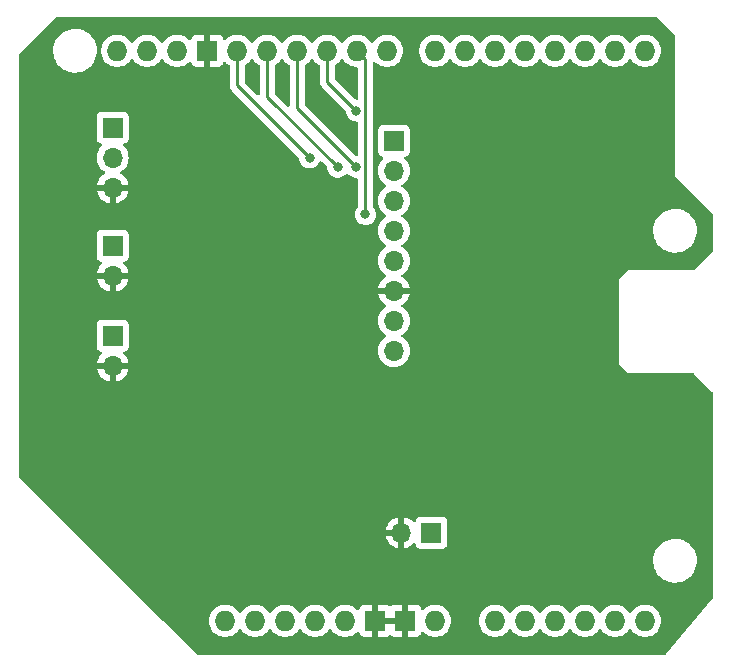
<source format=gbl>
%TF.GenerationSoftware,KiCad,Pcbnew,7.0.2*%
%TF.CreationDate,2023-09-07T17:56:31+02:00*%
%TF.ProjectId,BEP-RFID-cashdrawer,4245502d-5246-4494-942d-636173686472,rev?*%
%TF.SameCoordinates,Original*%
%TF.FileFunction,Copper,L2,Bot*%
%TF.FilePolarity,Positive*%
%FSLAX46Y46*%
G04 Gerber Fmt 4.6, Leading zero omitted, Abs format (unit mm)*
G04 Created by KiCad (PCBNEW 7.0.2) date 2023-09-07 17:56:31*
%MOMM*%
%LPD*%
G01*
G04 APERTURE LIST*
%TA.AperFunction,ComponentPad*%
%ADD10O,1.727200X1.727200*%
%TD*%
%TA.AperFunction,ComponentPad*%
%ADD11R,1.727200X1.727200*%
%TD*%
%TA.AperFunction,ComponentPad*%
%ADD12O,1.700000X1.700000*%
%TD*%
%TA.AperFunction,ComponentPad*%
%ADD13R,1.700000X1.700000*%
%TD*%
%TA.AperFunction,ViaPad*%
%ADD14C,0.800000*%
%TD*%
%TA.AperFunction,Conductor*%
%ADD15C,0.250000*%
%TD*%
G04 APERTURE END LIST*
D10*
%TO.P,XA1,VIN,VIN*%
%TO.N,POWERIN*%
X157480000Y-113030000D03*
%TO.P,XA1,SDA,SDA*%
%TO.N,unconnected-(XA1-PadSDA)*%
X133096000Y-64770000D03*
%TO.P,XA1,SCL,SCL*%
%TO.N,unconnected-(XA1-PadSCL)*%
X130556000Y-64770000D03*
%TO.P,XA1,RST1,RESET*%
%TO.N,Reset button*%
X144780000Y-113030000D03*
%TO.P,XA1,IORF,IOREF*%
%TO.N,unconnected-(XA1-IOREF-PadIORF)*%
X142240000Y-113030000D03*
D11*
%TO.P,XA1,GND3,GND*%
%TO.N,GND*%
X154940000Y-113030000D03*
%TO.P,XA1,GND2,GND*%
X152400000Y-113030000D03*
%TO.P,XA1,GND1,GND*%
X138176000Y-64770000D03*
D10*
%TO.P,XA1,D13,D13*%
%TO.N,SCK*%
X140716000Y-64770000D03*
%TO.P,XA1,D12,D12*%
%TO.N,MISO*%
X143256000Y-64770000D03*
%TO.P,XA1,D11,D11*%
%TO.N,MOSI*%
X145796000Y-64770000D03*
%TO.P,XA1,D10,D10_CS*%
%TO.N,SDA*%
X148336000Y-64770000D03*
%TO.P,XA1,D9,D9*%
%TO.N,RST*%
X150876000Y-64770000D03*
%TO.P,XA1,D8,D8*%
%TO.N,unconnected-(XA1-PadD8)*%
X153416000Y-64770000D03*
%TO.P,XA1,D7,D7*%
%TO.N,unconnected-(XA1-PadD7)*%
X157480000Y-64770000D03*
%TO.P,XA1,D6,D6*%
%TO.N,Relay*%
X160020000Y-64770000D03*
%TO.P,XA1,D5,D5*%
%TO.N,unconnected-(XA1-PadD5)*%
X162560000Y-64770000D03*
%TO.P,XA1,D4,D4*%
%TO.N,unconnected-(XA1-PadD4)*%
X165100000Y-64770000D03*
%TO.P,XA1,D3,D3_INT1*%
%TO.N,unconnected-(XA1-D3_INT1-PadD3)*%
X167640000Y-64770000D03*
%TO.P,XA1,D2,D2_INT0*%
%TO.N,Bypass*%
X170180000Y-64770000D03*
%TO.P,XA1,D1,D1/TX*%
%TO.N,unconnected-(XA1-D1{slash}TX-PadD1)*%
X172720000Y-64770000D03*
%TO.P,XA1,D0,D0/RX*%
%TO.N,unconnected-(XA1-D0{slash}RX-PadD0)*%
X175260000Y-64770000D03*
%TO.P,XA1,AREF,AREF*%
%TO.N,unconnected-(XA1-PadAREF)*%
X135636000Y-64770000D03*
%TO.P,XA1,A5,A5*%
%TO.N,unconnected-(XA1-PadA5)*%
X175260000Y-113030000D03*
%TO.P,XA1,A4,A4*%
%TO.N,unconnected-(XA1-PadA4)*%
X172720000Y-113030000D03*
%TO.P,XA1,A3,A3*%
%TO.N,unconnected-(XA1-PadA3)*%
X170180000Y-113030000D03*
%TO.P,XA1,A2,A2*%
%TO.N,unconnected-(XA1-PadA2)*%
X167640000Y-113030000D03*
%TO.P,XA1,A1,A1*%
%TO.N,unconnected-(XA1-PadA1)*%
X165100000Y-113030000D03*
%TO.P,XA1,A0,A0*%
%TO.N,unconnected-(XA1-PadA0)*%
X162560000Y-113030000D03*
%TO.P,XA1,5V1,5V*%
%TO.N,+5V*%
X149860000Y-113030000D03*
%TO.P,XA1,3V3,3.3V*%
%TO.N,+3.3V*%
X147320000Y-113030000D03*
%TO.P,XA1,*%
%TO.N,*%
X139700000Y-113030000D03*
%TD*%
D12*
%TO.P,J5,2,Pin_2*%
%TO.N,GND*%
X154622500Y-105568750D03*
D13*
%TO.P,J5,1,Pin_1*%
%TO.N,POWERIN*%
X157162500Y-105568750D03*
%TD*%
D12*
%TO.P,J4,2,Pin_2*%
%TO.N,GND*%
X130175000Y-91440000D03*
D13*
%TO.P,J4,1,Pin_1*%
%TO.N,Bypass*%
X130175000Y-88900000D03*
%TD*%
D12*
%TO.P,J3,2,Pin_2*%
%TO.N,GND*%
X130175000Y-83815000D03*
D13*
%TO.P,J3,1,Pin_1*%
%TO.N,Reset button*%
X130175000Y-81275000D03*
%TD*%
D12*
%TO.P,J2,3,Pin_3*%
%TO.N,GND*%
X130175000Y-76358750D03*
%TO.P,J2,2,Pin_2*%
%TO.N,+5V*%
X130175000Y-73818750D03*
D13*
%TO.P,J2,1,Pin_1*%
%TO.N,Relay*%
X130175000Y-71278750D03*
%TD*%
D12*
%TO.P,J1,8,Pin_8*%
%TO.N,+3.3V*%
X153987500Y-90170000D03*
%TO.P,J1,7,Pin_7*%
%TO.N,RST*%
X153987500Y-87630000D03*
%TO.P,J1,6,Pin_6*%
%TO.N,GND*%
X153987500Y-85090000D03*
%TO.P,J1,5,Pin_5*%
%TO.N,unconnected-(J1-Pin_5-Pad5)*%
X153987500Y-82550000D03*
%TO.P,J1,4,Pin_4*%
%TO.N,MISO*%
X153987500Y-80010000D03*
%TO.P,J1,3,Pin_3*%
%TO.N,MOSI*%
X153987500Y-77470000D03*
%TO.P,J1,2,Pin_2*%
%TO.N,SCK*%
X153987500Y-74930000D03*
D13*
%TO.P,J1,1,Pin_1*%
%TO.N,SDA*%
X153987500Y-72390000D03*
%TD*%
D14*
%TO.N,GND*%
X149488282Y-66689026D03*
X127000000Y-80168750D03*
X155575000Y-93662500D03*
X158750000Y-70643750D03*
X164306250Y-67468750D03*
X172243750Y-68262500D03*
X175418750Y-73818750D03*
X170656250Y-81756250D03*
X170656250Y-89693750D03*
X178593750Y-94456250D03*
X178593750Y-103981250D03*
X173037500Y-109537500D03*
X160337500Y-110331250D03*
X150018750Y-109537500D03*
X136525000Y-109537500D03*
X143668750Y-107950000D03*
X128587500Y-101600000D03*
X133350000Y-96043750D03*
X126206250Y-72231250D03*
X134937500Y-68262500D03*
X138112500Y-75406250D03*
X147637500Y-86518750D03*
X147637500Y-81756250D03*
X147637500Y-76993750D03*
X150018750Y-71437500D03*
X142081250Y-67468750D03*
X144462500Y-67468750D03*
X146843750Y-67468750D03*
%TO.N,RST*%
X151570201Y-78617299D03*
%TO.N,MISO*%
X149225000Y-74612500D03*
%TO.N,MOSI*%
X150812500Y-74612500D03*
%TO.N,SCK*%
X146843750Y-73818750D03*
%TO.N,SDA*%
X150812500Y-69850000D03*
%TD*%
D15*
%TO.N,MISO*%
X143256000Y-68643500D02*
X143256000Y-64770000D01*
X149225000Y-74612500D02*
X143256000Y-68643500D01*
%TO.N,MOSI*%
X150812500Y-74612500D02*
X145796000Y-69596000D01*
X145796000Y-69596000D02*
X145796000Y-64770000D01*
%TO.N,RST*%
X151570201Y-65464201D02*
X150876000Y-64770000D01*
X151570201Y-78617299D02*
X151570201Y-65464201D01*
%TO.N,SCK*%
X146843750Y-73818750D02*
X140716000Y-67691000D01*
X140716000Y-67691000D02*
X140716000Y-64770000D01*
%TO.N,SDA*%
X150812500Y-69850000D02*
X148336000Y-67373500D01*
X148336000Y-67373500D02*
X148336000Y-64770000D01*
%TD*%
%TA.AperFunction,Conductor*%
%TO.N,GND*%
G36*
X154473155Y-112816799D02*
G01*
X154432000Y-112956961D01*
X154432000Y-113103039D01*
X154473155Y-113243201D01*
X154496804Y-113280000D01*
X152843196Y-113280000D01*
X152866845Y-113243201D01*
X152908000Y-113103039D01*
X152908000Y-112956961D01*
X152866845Y-112816799D01*
X152843196Y-112780000D01*
X154496804Y-112780000D01*
X154473155Y-112816799D01*
G37*
%TD.AperFunction*%
%TA.AperFunction,Conductor*%
G36*
X147147905Y-65453754D02*
G01*
X147169809Y-65479033D01*
X147255845Y-65610721D01*
X147408242Y-65776267D01*
X147408954Y-65777040D01*
X147587351Y-65915893D01*
X147645517Y-65947370D01*
X147695107Y-65996588D01*
X147710500Y-66056425D01*
X147710500Y-67290756D01*
X147708235Y-67311266D01*
X147710439Y-67381372D01*
X147710500Y-67385267D01*
X147710500Y-67412850D01*
X147710988Y-67416719D01*
X147710989Y-67416725D01*
X147711004Y-67416843D01*
X147711918Y-67428467D01*
X147713290Y-67472126D01*
X147718879Y-67491360D01*
X147722825Y-67510416D01*
X147725335Y-67530292D01*
X147741414Y-67570904D01*
X147745197Y-67581951D01*
X147757382Y-67623891D01*
X147767580Y-67641135D01*
X147776136Y-67658600D01*
X147783514Y-67677232D01*
X147783515Y-67677233D01*
X147809180Y-67712559D01*
X147815593Y-67722322D01*
X147837826Y-67759916D01*
X147837829Y-67759919D01*
X147837830Y-67759920D01*
X147851995Y-67774085D01*
X147864627Y-67788875D01*
X147876406Y-67805087D01*
X147910058Y-67832926D01*
X147918699Y-67840789D01*
X149873538Y-69795629D01*
X149907023Y-69856952D01*
X149909178Y-69870348D01*
X149926826Y-70038257D01*
X149985320Y-70218284D01*
X150079966Y-70382216D01*
X150206629Y-70522889D01*
X150359769Y-70634151D01*
X150532697Y-70711144D01*
X150717852Y-70750500D01*
X150820701Y-70750500D01*
X150887740Y-70770185D01*
X150933495Y-70822989D01*
X150944701Y-70874500D01*
X150944701Y-73560747D01*
X150925016Y-73627786D01*
X150872212Y-73673541D01*
X150803054Y-73683485D01*
X150739498Y-73654460D01*
X150733020Y-73648428D01*
X146457819Y-69373227D01*
X146424334Y-69311904D01*
X146421500Y-69285546D01*
X146421500Y-66056425D01*
X146441185Y-65989386D01*
X146486481Y-65947371D01*
X146544649Y-65915893D01*
X146723046Y-65777040D01*
X146876156Y-65610719D01*
X146962190Y-65479033D01*
X147015338Y-65433676D01*
X147084569Y-65424252D01*
X147147905Y-65453754D01*
G37*
%TD.AperFunction*%
%TA.AperFunction,Conductor*%
G36*
X144607905Y-65453754D02*
G01*
X144629809Y-65479033D01*
X144715845Y-65610721D01*
X144868242Y-65776267D01*
X144868954Y-65777040D01*
X145047351Y-65915893D01*
X145105517Y-65947370D01*
X145155107Y-65996588D01*
X145170500Y-66056425D01*
X145170500Y-69374046D01*
X145150815Y-69441085D01*
X145098011Y-69486840D01*
X145028853Y-69496784D01*
X144965297Y-69467759D01*
X144958819Y-69461727D01*
X143917819Y-68420728D01*
X143884334Y-68359405D01*
X143881500Y-68333047D01*
X143881500Y-66056425D01*
X143901185Y-65989386D01*
X143946481Y-65947371D01*
X144004649Y-65915893D01*
X144183046Y-65777040D01*
X144336156Y-65610719D01*
X144422190Y-65479033D01*
X144475338Y-65433676D01*
X144544569Y-65424252D01*
X144607905Y-65453754D01*
G37*
%TD.AperFunction*%
%TA.AperFunction,Conductor*%
G36*
X149687905Y-65453754D02*
G01*
X149709809Y-65479033D01*
X149795845Y-65610721D01*
X149948950Y-65777037D01*
X149948954Y-65777040D01*
X150127351Y-65915893D01*
X150326169Y-66023488D01*
X150539986Y-66096891D01*
X150762967Y-66134100D01*
X150820701Y-66134100D01*
X150887740Y-66153785D01*
X150933495Y-66206589D01*
X150944701Y-66258100D01*
X150944701Y-68798248D01*
X150925016Y-68865287D01*
X150872212Y-68911042D01*
X150803054Y-68920986D01*
X150739498Y-68891961D01*
X150733020Y-68885929D01*
X148997819Y-67150728D01*
X148964334Y-67089405D01*
X148961500Y-67063047D01*
X148961500Y-66056425D01*
X148981185Y-65989386D01*
X149026481Y-65947371D01*
X149084649Y-65915893D01*
X149263046Y-65777040D01*
X149416156Y-65610719D01*
X149502190Y-65479033D01*
X149555338Y-65433676D01*
X149624569Y-65424252D01*
X149687905Y-65453754D01*
G37*
%TD.AperFunction*%
%TA.AperFunction,Conductor*%
G36*
X142067905Y-65453754D02*
G01*
X142089809Y-65479033D01*
X142175845Y-65610721D01*
X142328242Y-65776267D01*
X142328954Y-65777040D01*
X142507351Y-65915893D01*
X142565517Y-65947370D01*
X142615107Y-65996588D01*
X142630500Y-66056425D01*
X142630500Y-68421547D01*
X142610815Y-68488586D01*
X142558011Y-68534341D01*
X142488853Y-68544285D01*
X142425297Y-68515260D01*
X142418819Y-68509228D01*
X141377819Y-67468228D01*
X141344334Y-67406905D01*
X141341500Y-67380547D01*
X141341500Y-66056425D01*
X141361185Y-65989386D01*
X141406481Y-65947371D01*
X141464649Y-65915893D01*
X141643046Y-65777040D01*
X141796156Y-65610719D01*
X141882190Y-65479033D01*
X141935338Y-65433676D01*
X142004569Y-65424252D01*
X142067905Y-65453754D01*
G37*
%TD.AperFunction*%
%TA.AperFunction,Conductor*%
G36*
X176227969Y-61932685D02*
G01*
X176248611Y-61949318D01*
X177763182Y-63463890D01*
X177796666Y-63525211D01*
X177799500Y-63551569D01*
X177799500Y-75381618D01*
X177799419Y-75382024D01*
X177799457Y-75406249D01*
X177799576Y-75406533D01*
X177799617Y-75406633D01*
X177810962Y-75417920D01*
X180938181Y-78545138D01*
X180971666Y-78606461D01*
X180974500Y-78632819D01*
X180974500Y-81704680D01*
X180954815Y-81771719D01*
X180938181Y-81792361D01*
X179423611Y-83306931D01*
X179362288Y-83340416D01*
X179335930Y-83343250D01*
X173856105Y-83343250D01*
X173855915Y-83343211D01*
X173831247Y-83343207D01*
X173830865Y-83343367D01*
X173813663Y-83360569D01*
X173813545Y-83360745D01*
X173054495Y-84119795D01*
X173054319Y-84119913D01*
X173037117Y-84137115D01*
X173036957Y-84137497D01*
X173036961Y-84162165D01*
X173037000Y-84162355D01*
X173037000Y-91256618D01*
X173036919Y-91257024D01*
X173036957Y-91281249D01*
X173037076Y-91281533D01*
X173037117Y-91281633D01*
X173048461Y-91292919D01*
X173813381Y-92057839D01*
X173813675Y-92058279D01*
X173830870Y-92075386D01*
X173831244Y-92075542D01*
X173831249Y-92075541D01*
X173831250Y-92075542D01*
X173831250Y-92075541D01*
X173855915Y-92075538D01*
X173856105Y-92075500D01*
X179335930Y-92075500D01*
X179402969Y-92095185D01*
X179423611Y-92111819D01*
X180938180Y-93626388D01*
X180971665Y-93687711D01*
X180974499Y-93714069D01*
X180974500Y-111079924D01*
X180954815Y-111146963D01*
X180945759Y-111159307D01*
X177043197Y-115842383D01*
X176985158Y-115881282D01*
X176947938Y-115887000D01*
X137370319Y-115887000D01*
X137303280Y-115867315D01*
X137282638Y-115850681D01*
X134461957Y-113030000D01*
X138331224Y-113030000D01*
X138349892Y-113255288D01*
X138405390Y-113474443D01*
X138496196Y-113681462D01*
X138619847Y-113870724D01*
X138772950Y-114037037D01*
X138772954Y-114037040D01*
X138951351Y-114175893D01*
X139150169Y-114283488D01*
X139363986Y-114356891D01*
X139586967Y-114394100D01*
X139586968Y-114394100D01*
X139813032Y-114394100D01*
X139813033Y-114394100D01*
X140036014Y-114356891D01*
X140249831Y-114283488D01*
X140448649Y-114175893D01*
X140627046Y-114037040D01*
X140681814Y-113977547D01*
X140780154Y-113870721D01*
X140780153Y-113870721D01*
X140780156Y-113870719D01*
X140866190Y-113739033D01*
X140919338Y-113693676D01*
X140988569Y-113684252D01*
X141051905Y-113713754D01*
X141073809Y-113739033D01*
X141159845Y-113870721D01*
X141312950Y-114037037D01*
X141312954Y-114037040D01*
X141491351Y-114175893D01*
X141690169Y-114283488D01*
X141903986Y-114356891D01*
X142126967Y-114394100D01*
X142126968Y-114394100D01*
X142353032Y-114394100D01*
X142353033Y-114394100D01*
X142576014Y-114356891D01*
X142789831Y-114283488D01*
X142988649Y-114175893D01*
X143167046Y-114037040D01*
X143221814Y-113977547D01*
X143320154Y-113870721D01*
X143320153Y-113870721D01*
X143320156Y-113870719D01*
X143406190Y-113739033D01*
X143459338Y-113693676D01*
X143528569Y-113684252D01*
X143591905Y-113713754D01*
X143613809Y-113739033D01*
X143699845Y-113870721D01*
X143852950Y-114037037D01*
X143852954Y-114037040D01*
X144031351Y-114175893D01*
X144230169Y-114283488D01*
X144443986Y-114356891D01*
X144666967Y-114394100D01*
X144666968Y-114394100D01*
X144893032Y-114394100D01*
X144893033Y-114394100D01*
X145116014Y-114356891D01*
X145329831Y-114283488D01*
X145528649Y-114175893D01*
X145707046Y-114037040D01*
X145761814Y-113977547D01*
X145860154Y-113870721D01*
X145860153Y-113870721D01*
X145860156Y-113870719D01*
X145946190Y-113739033D01*
X145999338Y-113693676D01*
X146068569Y-113684252D01*
X146131905Y-113713754D01*
X146153809Y-113739033D01*
X146239845Y-113870721D01*
X146392950Y-114037037D01*
X146392954Y-114037040D01*
X146571351Y-114175893D01*
X146770169Y-114283488D01*
X146983986Y-114356891D01*
X147206967Y-114394100D01*
X147206968Y-114394100D01*
X147433032Y-114394100D01*
X147433033Y-114394100D01*
X147656014Y-114356891D01*
X147869831Y-114283488D01*
X148068649Y-114175893D01*
X148247046Y-114037040D01*
X148301814Y-113977547D01*
X148400154Y-113870721D01*
X148400153Y-113870721D01*
X148400156Y-113870719D01*
X148486190Y-113739033D01*
X148539338Y-113693676D01*
X148608569Y-113684252D01*
X148671905Y-113713754D01*
X148693809Y-113739033D01*
X148779845Y-113870721D01*
X148932950Y-114037037D01*
X148932954Y-114037040D01*
X149111351Y-114175893D01*
X149310169Y-114283488D01*
X149523986Y-114356891D01*
X149746967Y-114394100D01*
X149746968Y-114394100D01*
X149973032Y-114394100D01*
X149973033Y-114394100D01*
X150196014Y-114356891D01*
X150409831Y-114283488D01*
X150608649Y-114175893D01*
X150787046Y-114037040D01*
X150841813Y-113977546D01*
X150901700Y-113941556D01*
X150971538Y-113943656D01*
X151029154Y-113983179D01*
X151049225Y-114018196D01*
X151093047Y-114135688D01*
X151179211Y-114250788D01*
X151294310Y-114336952D01*
X151429028Y-114387199D01*
X151485267Y-114393245D01*
X151491882Y-114393600D01*
X152150000Y-114393600D01*
X152150000Y-113474297D01*
X152255408Y-113522435D01*
X152363666Y-113538000D01*
X152436334Y-113538000D01*
X152544592Y-113522435D01*
X152650000Y-113474297D01*
X152650000Y-114393600D01*
X153308118Y-114393600D01*
X153314732Y-114393245D01*
X153370971Y-114387199D01*
X153505688Y-114336952D01*
X153595689Y-114269578D01*
X153661153Y-114245161D01*
X153729426Y-114260012D01*
X153744311Y-114269578D01*
X153834311Y-114336952D01*
X153969028Y-114387199D01*
X154025267Y-114393245D01*
X154031882Y-114393600D01*
X154690000Y-114393600D01*
X154690000Y-113474297D01*
X154795408Y-113522435D01*
X154903666Y-113538000D01*
X154976334Y-113538000D01*
X155084592Y-113522435D01*
X155190000Y-113474297D01*
X155190000Y-114393600D01*
X155848118Y-114393600D01*
X155854732Y-114393245D01*
X155910971Y-114387199D01*
X156045689Y-114336952D01*
X156160788Y-114250788D01*
X156246952Y-114135688D01*
X156290774Y-114018196D01*
X156332645Y-113962263D01*
X156398109Y-113937845D01*
X156466382Y-113952696D01*
X156498184Y-113977545D01*
X156552954Y-114037040D01*
X156731351Y-114175893D01*
X156930169Y-114283488D01*
X157143986Y-114356891D01*
X157366967Y-114394100D01*
X157366968Y-114394100D01*
X157593032Y-114394100D01*
X157593033Y-114394100D01*
X157816014Y-114356891D01*
X158029831Y-114283488D01*
X158228649Y-114175893D01*
X158407046Y-114037040D01*
X158456629Y-113983179D01*
X158560152Y-113870724D01*
X158560153Y-113870721D01*
X158560156Y-113870719D01*
X158683802Y-113681465D01*
X158774611Y-113474441D01*
X158830107Y-113255293D01*
X158848775Y-113030000D01*
X161191224Y-113030000D01*
X161209892Y-113255288D01*
X161265390Y-113474443D01*
X161356196Y-113681462D01*
X161479847Y-113870724D01*
X161632950Y-114037037D01*
X161632954Y-114037040D01*
X161811351Y-114175893D01*
X162010169Y-114283488D01*
X162223986Y-114356891D01*
X162446967Y-114394100D01*
X162446968Y-114394100D01*
X162673032Y-114394100D01*
X162673033Y-114394100D01*
X162896014Y-114356891D01*
X163109831Y-114283488D01*
X163308649Y-114175893D01*
X163487046Y-114037040D01*
X163541814Y-113977547D01*
X163640154Y-113870721D01*
X163640153Y-113870721D01*
X163640156Y-113870719D01*
X163726190Y-113739033D01*
X163779338Y-113693676D01*
X163848569Y-113684252D01*
X163911905Y-113713754D01*
X163933809Y-113739033D01*
X164019845Y-113870721D01*
X164172950Y-114037037D01*
X164172954Y-114037040D01*
X164351351Y-114175893D01*
X164550169Y-114283488D01*
X164763986Y-114356891D01*
X164986967Y-114394100D01*
X164986968Y-114394100D01*
X165213032Y-114394100D01*
X165213033Y-114394100D01*
X165436014Y-114356891D01*
X165649831Y-114283488D01*
X165848649Y-114175893D01*
X166027046Y-114037040D01*
X166081814Y-113977547D01*
X166180154Y-113870721D01*
X166180153Y-113870721D01*
X166180156Y-113870719D01*
X166266190Y-113739033D01*
X166319338Y-113693676D01*
X166388569Y-113684252D01*
X166451905Y-113713754D01*
X166473809Y-113739033D01*
X166559845Y-113870721D01*
X166712950Y-114037037D01*
X166712954Y-114037040D01*
X166891351Y-114175893D01*
X167090169Y-114283488D01*
X167303986Y-114356891D01*
X167526967Y-114394100D01*
X167526968Y-114394100D01*
X167753032Y-114394100D01*
X167753033Y-114394100D01*
X167976014Y-114356891D01*
X168189831Y-114283488D01*
X168388649Y-114175893D01*
X168567046Y-114037040D01*
X168621814Y-113977547D01*
X168720154Y-113870721D01*
X168720153Y-113870721D01*
X168720156Y-113870719D01*
X168806190Y-113739033D01*
X168859338Y-113693676D01*
X168928569Y-113684252D01*
X168991905Y-113713754D01*
X169013809Y-113739033D01*
X169099845Y-113870721D01*
X169252950Y-114037037D01*
X169252954Y-114037040D01*
X169431351Y-114175893D01*
X169630169Y-114283488D01*
X169843986Y-114356891D01*
X170066967Y-114394100D01*
X170066968Y-114394100D01*
X170293032Y-114394100D01*
X170293033Y-114394100D01*
X170516014Y-114356891D01*
X170729831Y-114283488D01*
X170928649Y-114175893D01*
X171107046Y-114037040D01*
X171161814Y-113977547D01*
X171260154Y-113870721D01*
X171260153Y-113870721D01*
X171260156Y-113870719D01*
X171346190Y-113739033D01*
X171399338Y-113693676D01*
X171468569Y-113684252D01*
X171531905Y-113713754D01*
X171553809Y-113739033D01*
X171639845Y-113870721D01*
X171792950Y-114037037D01*
X171792954Y-114037040D01*
X171971351Y-114175893D01*
X172170169Y-114283488D01*
X172383986Y-114356891D01*
X172606967Y-114394100D01*
X172606968Y-114394100D01*
X172833032Y-114394100D01*
X172833033Y-114394100D01*
X173056014Y-114356891D01*
X173269831Y-114283488D01*
X173468649Y-114175893D01*
X173647046Y-114037040D01*
X173701814Y-113977547D01*
X173800154Y-113870721D01*
X173800153Y-113870721D01*
X173800156Y-113870719D01*
X173886190Y-113739033D01*
X173939338Y-113693676D01*
X174008569Y-113684252D01*
X174071905Y-113713754D01*
X174093809Y-113739033D01*
X174179845Y-113870721D01*
X174332950Y-114037037D01*
X174332954Y-114037040D01*
X174511351Y-114175893D01*
X174710169Y-114283488D01*
X174923986Y-114356891D01*
X175146967Y-114394100D01*
X175146968Y-114394100D01*
X175373032Y-114394100D01*
X175373033Y-114394100D01*
X175596014Y-114356891D01*
X175809831Y-114283488D01*
X176008649Y-114175893D01*
X176187046Y-114037040D01*
X176236629Y-113983179D01*
X176340152Y-113870724D01*
X176340153Y-113870721D01*
X176340156Y-113870719D01*
X176463802Y-113681465D01*
X176554611Y-113474441D01*
X176610107Y-113255293D01*
X176628775Y-113030000D01*
X176610107Y-112804707D01*
X176554611Y-112585559D01*
X176463802Y-112378535D01*
X176340156Y-112189281D01*
X176340155Y-112189280D01*
X176340152Y-112189275D01*
X176187049Y-112022962D01*
X176008650Y-111884108D01*
X176008649Y-111884107D01*
X175809831Y-111776512D01*
X175809830Y-111776511D01*
X175809827Y-111776510D01*
X175596016Y-111703109D01*
X175414382Y-111672800D01*
X175373033Y-111665900D01*
X175146967Y-111665900D01*
X175105618Y-111672800D01*
X174923983Y-111703109D01*
X174710172Y-111776510D01*
X174511349Y-111884108D01*
X174332950Y-112022962D01*
X174179845Y-112189278D01*
X174093809Y-112320967D01*
X174040662Y-112366324D01*
X173971431Y-112375748D01*
X173908095Y-112346246D01*
X173886191Y-112320967D01*
X173800154Y-112189278D01*
X173647049Y-112022962D01*
X173468650Y-111884108D01*
X173468649Y-111884107D01*
X173269831Y-111776512D01*
X173269830Y-111776511D01*
X173269827Y-111776510D01*
X173056016Y-111703109D01*
X172874382Y-111672800D01*
X172833033Y-111665900D01*
X172606967Y-111665900D01*
X172565618Y-111672800D01*
X172383983Y-111703109D01*
X172170172Y-111776510D01*
X171971349Y-111884108D01*
X171792950Y-112022962D01*
X171639845Y-112189278D01*
X171553809Y-112320967D01*
X171500662Y-112366324D01*
X171431431Y-112375748D01*
X171368095Y-112346246D01*
X171346191Y-112320967D01*
X171260154Y-112189278D01*
X171107049Y-112022962D01*
X170928650Y-111884108D01*
X170928649Y-111884107D01*
X170729831Y-111776512D01*
X170729830Y-111776511D01*
X170729827Y-111776510D01*
X170516016Y-111703109D01*
X170334382Y-111672800D01*
X170293033Y-111665900D01*
X170066967Y-111665900D01*
X170025618Y-111672800D01*
X169843983Y-111703109D01*
X169630172Y-111776510D01*
X169431349Y-111884108D01*
X169252950Y-112022962D01*
X169099845Y-112189278D01*
X169013809Y-112320967D01*
X168960662Y-112366324D01*
X168891431Y-112375748D01*
X168828095Y-112346246D01*
X168806191Y-112320967D01*
X168720154Y-112189278D01*
X168567049Y-112022962D01*
X168388650Y-111884108D01*
X168388649Y-111884107D01*
X168189831Y-111776512D01*
X168189830Y-111776511D01*
X168189827Y-111776510D01*
X167976016Y-111703109D01*
X167794382Y-111672800D01*
X167753033Y-111665900D01*
X167526967Y-111665900D01*
X167485618Y-111672800D01*
X167303983Y-111703109D01*
X167090172Y-111776510D01*
X166891349Y-111884108D01*
X166712950Y-112022962D01*
X166559845Y-112189278D01*
X166473809Y-112320967D01*
X166420662Y-112366324D01*
X166351431Y-112375748D01*
X166288095Y-112346246D01*
X166266191Y-112320967D01*
X166180154Y-112189278D01*
X166027049Y-112022962D01*
X165848650Y-111884108D01*
X165848649Y-111884107D01*
X165649831Y-111776512D01*
X165649830Y-111776511D01*
X165649827Y-111776510D01*
X165436016Y-111703109D01*
X165254382Y-111672800D01*
X165213033Y-111665900D01*
X164986967Y-111665900D01*
X164945618Y-111672800D01*
X164763983Y-111703109D01*
X164550172Y-111776510D01*
X164351349Y-111884108D01*
X164172950Y-112022962D01*
X164019845Y-112189278D01*
X163933809Y-112320967D01*
X163880662Y-112366324D01*
X163811431Y-112375748D01*
X163748095Y-112346246D01*
X163726191Y-112320967D01*
X163640154Y-112189278D01*
X163487049Y-112022962D01*
X163308650Y-111884108D01*
X163308649Y-111884107D01*
X163109831Y-111776512D01*
X163109830Y-111776511D01*
X163109827Y-111776510D01*
X162896016Y-111703109D01*
X162714382Y-111672800D01*
X162673033Y-111665900D01*
X162446967Y-111665900D01*
X162405618Y-111672800D01*
X162223983Y-111703109D01*
X162010172Y-111776510D01*
X161811349Y-111884108D01*
X161632950Y-112022962D01*
X161479847Y-112189275D01*
X161356196Y-112378537D01*
X161265390Y-112585556D01*
X161209892Y-112804711D01*
X161191224Y-113030000D01*
X158848775Y-113030000D01*
X158830107Y-112804707D01*
X158774611Y-112585559D01*
X158683802Y-112378535D01*
X158560156Y-112189281D01*
X158560155Y-112189280D01*
X158560152Y-112189275D01*
X158407049Y-112022962D01*
X158228650Y-111884108D01*
X158228649Y-111884107D01*
X158029831Y-111776512D01*
X158029830Y-111776511D01*
X158029827Y-111776510D01*
X157816016Y-111703109D01*
X157634382Y-111672800D01*
X157593033Y-111665900D01*
X157366967Y-111665900D01*
X157325618Y-111672800D01*
X157143983Y-111703109D01*
X156930172Y-111776510D01*
X156731349Y-111884108D01*
X156552953Y-112022960D01*
X156498184Y-112082454D01*
X156438297Y-112118443D01*
X156368459Y-112116342D01*
X156310843Y-112076816D01*
X156290774Y-112041802D01*
X156246952Y-111924311D01*
X156160788Y-111809211D01*
X156045689Y-111723047D01*
X155910971Y-111672800D01*
X155854732Y-111666754D01*
X155848118Y-111666400D01*
X155190000Y-111666400D01*
X155190000Y-112585702D01*
X155084592Y-112537565D01*
X154976334Y-112522000D01*
X154903666Y-112522000D01*
X154795408Y-112537565D01*
X154690000Y-112585702D01*
X154690000Y-111666400D01*
X154031882Y-111666400D01*
X154025267Y-111666754D01*
X153969028Y-111672800D01*
X153834310Y-111723047D01*
X153744311Y-111790421D01*
X153678846Y-111814838D01*
X153610573Y-111799986D01*
X153595689Y-111790421D01*
X153505689Y-111723047D01*
X153370971Y-111672800D01*
X153314732Y-111666754D01*
X153308118Y-111666400D01*
X152650000Y-111666400D01*
X152650000Y-112585702D01*
X152544592Y-112537565D01*
X152436334Y-112522000D01*
X152363666Y-112522000D01*
X152255408Y-112537565D01*
X152150000Y-112585702D01*
X152150000Y-111666400D01*
X151491882Y-111666400D01*
X151485267Y-111666754D01*
X151429028Y-111672800D01*
X151294310Y-111723047D01*
X151179211Y-111809211D01*
X151093047Y-111924311D01*
X151049225Y-112041803D01*
X151007353Y-112097736D01*
X150941889Y-112122153D01*
X150873616Y-112107301D01*
X150841814Y-112082453D01*
X150804391Y-112041802D01*
X150787046Y-112022960D01*
X150608649Y-111884107D01*
X150409831Y-111776512D01*
X150409830Y-111776511D01*
X150409827Y-111776510D01*
X150196016Y-111703109D01*
X150014382Y-111672800D01*
X149973033Y-111665900D01*
X149746967Y-111665900D01*
X149705618Y-111672800D01*
X149523983Y-111703109D01*
X149310172Y-111776510D01*
X149111349Y-111884108D01*
X148932950Y-112022962D01*
X148779845Y-112189278D01*
X148693809Y-112320967D01*
X148640662Y-112366324D01*
X148571431Y-112375748D01*
X148508095Y-112346246D01*
X148486191Y-112320967D01*
X148400154Y-112189278D01*
X148247049Y-112022962D01*
X148068650Y-111884108D01*
X148068649Y-111884107D01*
X147869831Y-111776512D01*
X147869830Y-111776511D01*
X147869827Y-111776510D01*
X147656016Y-111703109D01*
X147474382Y-111672800D01*
X147433033Y-111665900D01*
X147206967Y-111665900D01*
X147165618Y-111672800D01*
X146983983Y-111703109D01*
X146770172Y-111776510D01*
X146571349Y-111884108D01*
X146392950Y-112022962D01*
X146239845Y-112189278D01*
X146153809Y-112320967D01*
X146100662Y-112366324D01*
X146031431Y-112375748D01*
X145968095Y-112346246D01*
X145946191Y-112320967D01*
X145860154Y-112189278D01*
X145707049Y-112022962D01*
X145528650Y-111884108D01*
X145528649Y-111884107D01*
X145329831Y-111776512D01*
X145329830Y-111776511D01*
X145329827Y-111776510D01*
X145116016Y-111703109D01*
X144934382Y-111672800D01*
X144893033Y-111665900D01*
X144666967Y-111665900D01*
X144625618Y-111672800D01*
X144443983Y-111703109D01*
X144230172Y-111776510D01*
X144031349Y-111884108D01*
X143852950Y-112022962D01*
X143699845Y-112189278D01*
X143613809Y-112320967D01*
X143560662Y-112366324D01*
X143491431Y-112375748D01*
X143428095Y-112346246D01*
X143406191Y-112320967D01*
X143320154Y-112189278D01*
X143167049Y-112022962D01*
X142988650Y-111884108D01*
X142988649Y-111884107D01*
X142789831Y-111776512D01*
X142789830Y-111776511D01*
X142789827Y-111776510D01*
X142576016Y-111703109D01*
X142394382Y-111672800D01*
X142353033Y-111665900D01*
X142126967Y-111665900D01*
X142085618Y-111672800D01*
X141903983Y-111703109D01*
X141690172Y-111776510D01*
X141491349Y-111884108D01*
X141312950Y-112022962D01*
X141159845Y-112189278D01*
X141073809Y-112320967D01*
X141020662Y-112366324D01*
X140951431Y-112375748D01*
X140888095Y-112346246D01*
X140866191Y-112320967D01*
X140780154Y-112189278D01*
X140627049Y-112022962D01*
X140448650Y-111884108D01*
X140448649Y-111884107D01*
X140249831Y-111776512D01*
X140249830Y-111776511D01*
X140249827Y-111776510D01*
X140036016Y-111703109D01*
X139854382Y-111672800D01*
X139813033Y-111665900D01*
X139586967Y-111665900D01*
X139545618Y-111672800D01*
X139363983Y-111703109D01*
X139150172Y-111776510D01*
X138951349Y-111884108D01*
X138772950Y-112022962D01*
X138619847Y-112189275D01*
X138496196Y-112378537D01*
X138405390Y-112585556D01*
X138349892Y-112804711D01*
X138331224Y-113030000D01*
X134461957Y-113030000D01*
X129449722Y-108017764D01*
X175945787Y-108017764D01*
X175975413Y-108287016D01*
X176043928Y-108549087D01*
X176149871Y-108798392D01*
X176290982Y-109029611D01*
X176380253Y-109136881D01*
X176464255Y-109237820D01*
X176665998Y-109418582D01*
X176891910Y-109568044D01*
X176998211Y-109617876D01*
X177137177Y-109683021D01*
X177396562Y-109761058D01*
X177396569Y-109761060D01*
X177664561Y-109800500D01*
X177664564Y-109800500D01*
X177865369Y-109800500D01*
X177867631Y-109800500D01*
X178070156Y-109785677D01*
X178334553Y-109726780D01*
X178587558Y-109630014D01*
X178823777Y-109497441D01*
X179038177Y-109331888D01*
X179226186Y-109136881D01*
X179383799Y-108916579D01*
X179507656Y-108675675D01*
X179595118Y-108419305D01*
X179644319Y-108152933D01*
X179654212Y-107882235D01*
X179624586Y-107612982D01*
X179556072Y-107350912D01*
X179450130Y-107101610D01*
X179309018Y-106870390D01*
X179309017Y-106870388D01*
X179135746Y-106662181D01*
X179074000Y-106606856D01*
X178934002Y-106481418D01*
X178708090Y-106331956D01*
X178708086Y-106331954D01*
X178462822Y-106216978D01*
X178203437Y-106138941D01*
X178203431Y-106138940D01*
X177935439Y-106099500D01*
X177732369Y-106099500D01*
X177730120Y-106099664D01*
X177730109Y-106099665D01*
X177529843Y-106114322D01*
X177265449Y-106173219D01*
X177012441Y-106269986D01*
X176776223Y-106402559D01*
X176561825Y-106568109D01*
X176373813Y-106763120D01*
X176216201Y-106983420D01*
X176092342Y-107224329D01*
X176004881Y-107480695D01*
X175955680Y-107747066D01*
X175945787Y-108017764D01*
X129449722Y-108017764D01*
X127250708Y-105818750D01*
X153291864Y-105818750D01*
X153349069Y-106032242D01*
X153448899Y-106246326D01*
X153584393Y-106439831D01*
X153751418Y-106606856D01*
X153944923Y-106742350D01*
X154159009Y-106842180D01*
X154372500Y-106899384D01*
X154372500Y-106004251D01*
X154480185Y-106053430D01*
X154586737Y-106068750D01*
X154658263Y-106068750D01*
X154764815Y-106053430D01*
X154872500Y-106004251D01*
X154872500Y-106899383D01*
X155085990Y-106842180D01*
X155300076Y-106742350D01*
X155493577Y-106606859D01*
X155615633Y-106484803D01*
X155676956Y-106451318D01*
X155746648Y-106456302D01*
X155802582Y-106498173D01*
X155819496Y-106529149D01*
X155868704Y-106661081D01*
X155954954Y-106776296D01*
X156070169Y-106862546D01*
X156205017Y-106912841D01*
X156264627Y-106919250D01*
X158060372Y-106919249D01*
X158119983Y-106912841D01*
X158254831Y-106862546D01*
X158370046Y-106776296D01*
X158456296Y-106661081D01*
X158506591Y-106526233D01*
X158513000Y-106466623D01*
X158512999Y-104670878D01*
X158506591Y-104611267D01*
X158456296Y-104476419D01*
X158370046Y-104361204D01*
X158254831Y-104274954D01*
X158119983Y-104224659D01*
X158060373Y-104218250D01*
X158057050Y-104218250D01*
X156267939Y-104218250D01*
X156267920Y-104218250D01*
X156264628Y-104218251D01*
X156261348Y-104218603D01*
X156261340Y-104218604D01*
X156205015Y-104224659D01*
X156070169Y-104274954D01*
X155954954Y-104361204D01*
X155868704Y-104476419D01*
X155819497Y-104608349D01*
X155777625Y-104664282D01*
X155712161Y-104688699D01*
X155643888Y-104673847D01*
X155615634Y-104652696D01*
X155493581Y-104530643D01*
X155300076Y-104395149D01*
X155085992Y-104295319D01*
X154872500Y-104238114D01*
X154872500Y-105133248D01*
X154764815Y-105084070D01*
X154658263Y-105068750D01*
X154586737Y-105068750D01*
X154480185Y-105084070D01*
X154372500Y-105133248D01*
X154372500Y-104238114D01*
X154372499Y-104238114D01*
X154159007Y-104295319D01*
X153944921Y-104395150D01*
X153751421Y-104530640D01*
X153584390Y-104697671D01*
X153448900Y-104891171D01*
X153349069Y-105105257D01*
X153291864Y-105318749D01*
X153291864Y-105318750D01*
X154188814Y-105318750D01*
X154163007Y-105358906D01*
X154122500Y-105496861D01*
X154122500Y-105640639D01*
X154163007Y-105778594D01*
X154188814Y-105818750D01*
X153291864Y-105818750D01*
X127250708Y-105818750D01*
X122274319Y-100842361D01*
X122240834Y-100781038D01*
X122238000Y-100754680D01*
X122238000Y-89794578D01*
X128824500Y-89794578D01*
X128824501Y-89797872D01*
X128830909Y-89857483D01*
X128881204Y-89992331D01*
X128967454Y-90107546D01*
X129082669Y-90193796D01*
X129214598Y-90243002D01*
X129270532Y-90284873D01*
X129294949Y-90350337D01*
X129280097Y-90418610D01*
X129258947Y-90446865D01*
X129136888Y-90568924D01*
X129001400Y-90762421D01*
X128901569Y-90976507D01*
X128844364Y-91189999D01*
X128844364Y-91190000D01*
X129741314Y-91190000D01*
X129715507Y-91230156D01*
X129675000Y-91368111D01*
X129675000Y-91511889D01*
X129715507Y-91649844D01*
X129741314Y-91690000D01*
X128844364Y-91690000D01*
X128901569Y-91903492D01*
X129001399Y-92117576D01*
X129136893Y-92311081D01*
X129303918Y-92478106D01*
X129497423Y-92613600D01*
X129711509Y-92713430D01*
X129925000Y-92770634D01*
X129925000Y-91875501D01*
X130032685Y-91924680D01*
X130139237Y-91940000D01*
X130210763Y-91940000D01*
X130317315Y-91924680D01*
X130425000Y-91875501D01*
X130425000Y-92770633D01*
X130638490Y-92713430D01*
X130852576Y-92613600D01*
X131046081Y-92478106D01*
X131213106Y-92311081D01*
X131348600Y-92117576D01*
X131448430Y-91903492D01*
X131505636Y-91690000D01*
X130608686Y-91690000D01*
X130634493Y-91649844D01*
X130675000Y-91511889D01*
X130675000Y-91368111D01*
X130634493Y-91230156D01*
X130608686Y-91190000D01*
X131505636Y-91190000D01*
X131505635Y-91189999D01*
X131448430Y-90976507D01*
X131348599Y-90762421D01*
X131213109Y-90568921D01*
X131091053Y-90446865D01*
X131057568Y-90385542D01*
X131062552Y-90315850D01*
X131104424Y-90259917D01*
X131135397Y-90243004D01*
X131267331Y-90193796D01*
X131299120Y-90169999D01*
X152631840Y-90169999D01*
X152652436Y-90405407D01*
X152655974Y-90418610D01*
X152713597Y-90633663D01*
X152813465Y-90847830D01*
X152949005Y-91041401D01*
X153116099Y-91208495D01*
X153309670Y-91344035D01*
X153523837Y-91443903D01*
X153752092Y-91505062D01*
X153752092Y-91505063D01*
X153987499Y-91525659D01*
X153987499Y-91525658D01*
X153987500Y-91525659D01*
X154222908Y-91505063D01*
X154451163Y-91443903D01*
X154665330Y-91344035D01*
X154858901Y-91208495D01*
X155025995Y-91041401D01*
X155161535Y-90847830D01*
X155261403Y-90633663D01*
X155322563Y-90405408D01*
X155343159Y-90170000D01*
X155322563Y-89934592D01*
X155261403Y-89706337D01*
X155161535Y-89492171D01*
X155025995Y-89298599D01*
X154858901Y-89131505D01*
X154673339Y-89001573D01*
X154629716Y-88946998D01*
X154622522Y-88877500D01*
X154654045Y-88815145D01*
X154673337Y-88798428D01*
X154858901Y-88668495D01*
X155025995Y-88501401D01*
X155161535Y-88307830D01*
X155261403Y-88093663D01*
X155322563Y-87865408D01*
X155343159Y-87630000D01*
X155322563Y-87394592D01*
X155261403Y-87166337D01*
X155161535Y-86952171D01*
X155025995Y-86758599D01*
X154858901Y-86591505D01*
X154672902Y-86461267D01*
X154629280Y-86406692D01*
X154622087Y-86337193D01*
X154653609Y-86274839D01*
X154672905Y-86258119D01*
X154858578Y-86128109D01*
X155025606Y-85961081D01*
X155161100Y-85767576D01*
X155260930Y-85553492D01*
X155318136Y-85340000D01*
X154421186Y-85340000D01*
X154446993Y-85299844D01*
X154487500Y-85161889D01*
X154487500Y-85018111D01*
X154446993Y-84880156D01*
X154421186Y-84840000D01*
X155318136Y-84840000D01*
X155318135Y-84839999D01*
X155260930Y-84626507D01*
X155161099Y-84412421D01*
X155025609Y-84218921D01*
X154858581Y-84051893D01*
X154672904Y-83921880D01*
X154629280Y-83867303D01*
X154622087Y-83797804D01*
X154653609Y-83735450D01*
X154672899Y-83718734D01*
X154858901Y-83588495D01*
X155025995Y-83421401D01*
X155161535Y-83227830D01*
X155261403Y-83013663D01*
X155322563Y-82785408D01*
X155343159Y-82550000D01*
X155322563Y-82314592D01*
X155261403Y-82086337D01*
X155161535Y-81872171D01*
X155025995Y-81678599D01*
X154858901Y-81511505D01*
X154673339Y-81381573D01*
X154629716Y-81326998D01*
X154622522Y-81257500D01*
X154654045Y-81195145D01*
X154673337Y-81178428D01*
X154858901Y-81048495D01*
X155025995Y-80881401D01*
X155161535Y-80687830D01*
X155261403Y-80473663D01*
X155322563Y-80245408D01*
X155337230Y-80077764D01*
X175945787Y-80077764D01*
X175975413Y-80347016D01*
X175984151Y-80380439D01*
X176043928Y-80609088D01*
X176077390Y-80687830D01*
X176149871Y-80858392D01*
X176290982Y-81089611D01*
X176449425Y-81280000D01*
X176464255Y-81297820D01*
X176665998Y-81478582D01*
X176891910Y-81628044D01*
X176998211Y-81677876D01*
X177137177Y-81743021D01*
X177396562Y-81821058D01*
X177396569Y-81821060D01*
X177664561Y-81860500D01*
X177664564Y-81860500D01*
X177865369Y-81860500D01*
X177867631Y-81860500D01*
X178070156Y-81845677D01*
X178334553Y-81786780D01*
X178587558Y-81690014D01*
X178823777Y-81557441D01*
X179038177Y-81391888D01*
X179226186Y-81196881D01*
X179383799Y-80976579D01*
X179507656Y-80735675D01*
X179595118Y-80479305D01*
X179644319Y-80212933D01*
X179654212Y-79942235D01*
X179624586Y-79672982D01*
X179556072Y-79410912D01*
X179450130Y-79161610D01*
X179309018Y-78930390D01*
X179309017Y-78930388D01*
X179135746Y-78722181D01*
X179042269Y-78638425D01*
X178934002Y-78541418D01*
X178708090Y-78391956D01*
X178708086Y-78391954D01*
X178462822Y-78276978D01*
X178203437Y-78198941D01*
X178203431Y-78198940D01*
X177935439Y-78159500D01*
X177732369Y-78159500D01*
X177730120Y-78159664D01*
X177730109Y-78159665D01*
X177529843Y-78174322D01*
X177265449Y-78233219D01*
X177012441Y-78329986D01*
X176776223Y-78462559D01*
X176561825Y-78628109D01*
X176373813Y-78823120D01*
X176216201Y-79043420D01*
X176092342Y-79284329D01*
X176004881Y-79540695D01*
X175955680Y-79807066D01*
X175945787Y-80077764D01*
X155337230Y-80077764D01*
X155343159Y-80010000D01*
X155322563Y-79774592D01*
X155261403Y-79546337D01*
X155161535Y-79332171D01*
X155025995Y-79138599D01*
X154858901Y-78971505D01*
X154673339Y-78841573D01*
X154629716Y-78786998D01*
X154622522Y-78717500D01*
X154654045Y-78655145D01*
X154673337Y-78638428D01*
X154858901Y-78508495D01*
X155025995Y-78341401D01*
X155161535Y-78147830D01*
X155261403Y-77933663D01*
X155322563Y-77705408D01*
X155343159Y-77470000D01*
X155322563Y-77234592D01*
X155261403Y-77006337D01*
X155161535Y-76792171D01*
X155025995Y-76598599D01*
X154858901Y-76431505D01*
X154673339Y-76301573D01*
X154629716Y-76246998D01*
X154622522Y-76177500D01*
X154654045Y-76115145D01*
X154673337Y-76098428D01*
X154858901Y-75968495D01*
X155025995Y-75801401D01*
X155161535Y-75607830D01*
X155261403Y-75393663D01*
X155322563Y-75165408D01*
X155343159Y-74930000D01*
X155322563Y-74694592D01*
X155261403Y-74466337D01*
X155161535Y-74252171D01*
X155025995Y-74058599D01*
X154904069Y-73936673D01*
X154870584Y-73875350D01*
X154875568Y-73805658D01*
X154917440Y-73749725D01*
X154948415Y-73732810D01*
X155079831Y-73683796D01*
X155195046Y-73597546D01*
X155281296Y-73482331D01*
X155331591Y-73347483D01*
X155338000Y-73287873D01*
X155337999Y-71492128D01*
X155331591Y-71432517D01*
X155281296Y-71297669D01*
X155195046Y-71182454D01*
X155079831Y-71096204D01*
X154944983Y-71045909D01*
X154885373Y-71039500D01*
X154882050Y-71039500D01*
X153092939Y-71039500D01*
X153092920Y-71039500D01*
X153089628Y-71039501D01*
X153086348Y-71039853D01*
X153086340Y-71039854D01*
X153030015Y-71045909D01*
X152895169Y-71096204D01*
X152779954Y-71182454D01*
X152693704Y-71297668D01*
X152643410Y-71432515D01*
X152643409Y-71432517D01*
X152637000Y-71492127D01*
X152637000Y-71495448D01*
X152637000Y-71495449D01*
X152637000Y-73284560D01*
X152637000Y-73284578D01*
X152637001Y-73287872D01*
X152637353Y-73291152D01*
X152637354Y-73291159D01*
X152643409Y-73347484D01*
X152646245Y-73355087D01*
X152693704Y-73482331D01*
X152779954Y-73597546D01*
X152895169Y-73683796D01*
X152992189Y-73719982D01*
X153026582Y-73732810D01*
X153082516Y-73774681D01*
X153106933Y-73840146D01*
X153092081Y-73908419D01*
X153070931Y-73936673D01*
X152949003Y-74058601D01*
X152813465Y-74252170D01*
X152713597Y-74466336D01*
X152652436Y-74694592D01*
X152631840Y-74930000D01*
X152652436Y-75165407D01*
X152659195Y-75190630D01*
X152713597Y-75393663D01*
X152813465Y-75607830D01*
X152949005Y-75801401D01*
X153116099Y-75968495D01*
X153301660Y-76098426D01*
X153345283Y-76153002D01*
X153352476Y-76222501D01*
X153320954Y-76284855D01*
X153301659Y-76301575D01*
X153116095Y-76431508D01*
X152949005Y-76598598D01*
X152813465Y-76792170D01*
X152713597Y-77006336D01*
X152652436Y-77234592D01*
X152631840Y-77469999D01*
X152652436Y-77705407D01*
X152697209Y-77872501D01*
X152713597Y-77933663D01*
X152813465Y-78147830D01*
X152949005Y-78341401D01*
X153116099Y-78508495D01*
X153301660Y-78638426D01*
X153345283Y-78693002D01*
X153352476Y-78762501D01*
X153320954Y-78824855D01*
X153301658Y-78841575D01*
X153174821Y-78930388D01*
X153116095Y-78971508D01*
X152949005Y-79138598D01*
X152813465Y-79332170D01*
X152713597Y-79546336D01*
X152652436Y-79774592D01*
X152631840Y-80010000D01*
X152652436Y-80245407D01*
X152687731Y-80377128D01*
X152713597Y-80473663D01*
X152813465Y-80687830D01*
X152949005Y-80881401D01*
X153116099Y-81048495D01*
X153301660Y-81178426D01*
X153345283Y-81233002D01*
X153352476Y-81302501D01*
X153320954Y-81364855D01*
X153301659Y-81381575D01*
X153116095Y-81511508D01*
X152949005Y-81678598D01*
X152813465Y-81872170D01*
X152713597Y-82086336D01*
X152652436Y-82314592D01*
X152631840Y-82549999D01*
X152652436Y-82785407D01*
X152694910Y-82943921D01*
X152713597Y-83013663D01*
X152813465Y-83227830D01*
X152949005Y-83421401D01*
X153116099Y-83588495D01*
X153302096Y-83718732D01*
X153345719Y-83773307D01*
X153352912Y-83842806D01*
X153321390Y-83905160D01*
X153302095Y-83921880D01*
X153116419Y-84051892D01*
X152949390Y-84218921D01*
X152813900Y-84412421D01*
X152714069Y-84626507D01*
X152656864Y-84839999D01*
X152656864Y-84840000D01*
X153553814Y-84840000D01*
X153528007Y-84880156D01*
X153487500Y-85018111D01*
X153487500Y-85161889D01*
X153528007Y-85299844D01*
X153553814Y-85340000D01*
X152656864Y-85340000D01*
X152714069Y-85553492D01*
X152813899Y-85767576D01*
X152949393Y-85961081D01*
X153116418Y-86128106D01*
X153302095Y-86258119D01*
X153345719Y-86312696D01*
X153352912Y-86382195D01*
X153321390Y-86444549D01*
X153302095Y-86461269D01*
X153116095Y-86591508D01*
X152949005Y-86758598D01*
X152813465Y-86952170D01*
X152713597Y-87166336D01*
X152652436Y-87394592D01*
X152631840Y-87629999D01*
X152652436Y-87865407D01*
X152689958Y-88005439D01*
X152713597Y-88093663D01*
X152813465Y-88307830D01*
X152949005Y-88501401D01*
X153116099Y-88668495D01*
X153301660Y-88798426D01*
X153345283Y-88853002D01*
X153352476Y-88922501D01*
X153320954Y-88984855D01*
X153301659Y-89001575D01*
X153116095Y-89131508D01*
X152949005Y-89298598D01*
X152813465Y-89492170D01*
X152713597Y-89706336D01*
X152652436Y-89934592D01*
X152631840Y-90169999D01*
X131299120Y-90169999D01*
X131382546Y-90107546D01*
X131468796Y-89992331D01*
X131519091Y-89857483D01*
X131525500Y-89797873D01*
X131525499Y-88002128D01*
X131519091Y-87942517D01*
X131468796Y-87807669D01*
X131382546Y-87692454D01*
X131267331Y-87606204D01*
X131132483Y-87555909D01*
X131072873Y-87549500D01*
X131069550Y-87549500D01*
X129280439Y-87549500D01*
X129280420Y-87549500D01*
X129277128Y-87549501D01*
X129273848Y-87549853D01*
X129273840Y-87549854D01*
X129217515Y-87555909D01*
X129082669Y-87606204D01*
X128967454Y-87692454D01*
X128881204Y-87807668D01*
X128830910Y-87942515D01*
X128830909Y-87942517D01*
X128824500Y-88002127D01*
X128824500Y-88005448D01*
X128824500Y-88005449D01*
X128824500Y-89794560D01*
X128824500Y-89794578D01*
X122238000Y-89794578D01*
X122238000Y-82169578D01*
X128824500Y-82169578D01*
X128824501Y-82172872D01*
X128830909Y-82232483D01*
X128881204Y-82367331D01*
X128967454Y-82482546D01*
X129082669Y-82568796D01*
X129214598Y-82618002D01*
X129270532Y-82659873D01*
X129294949Y-82725337D01*
X129280097Y-82793610D01*
X129258947Y-82821865D01*
X129136888Y-82943924D01*
X129001400Y-83137421D01*
X128901569Y-83351507D01*
X128844364Y-83564999D01*
X128844364Y-83565000D01*
X129741314Y-83565000D01*
X129715507Y-83605156D01*
X129675000Y-83743111D01*
X129675000Y-83886889D01*
X129715507Y-84024844D01*
X129741314Y-84065000D01*
X128844364Y-84065000D01*
X128901569Y-84278492D01*
X129001399Y-84492576D01*
X129136893Y-84686081D01*
X129303918Y-84853106D01*
X129497423Y-84988600D01*
X129711509Y-85088430D01*
X129925000Y-85145634D01*
X129925000Y-84250501D01*
X130032685Y-84299680D01*
X130139237Y-84315000D01*
X130210763Y-84315000D01*
X130317315Y-84299680D01*
X130425000Y-84250501D01*
X130425000Y-85145633D01*
X130638490Y-85088430D01*
X130852576Y-84988600D01*
X131046081Y-84853106D01*
X131213106Y-84686081D01*
X131348600Y-84492576D01*
X131448430Y-84278492D01*
X131505636Y-84065000D01*
X130608686Y-84065000D01*
X130634493Y-84024844D01*
X130675000Y-83886889D01*
X130675000Y-83743111D01*
X130634493Y-83605156D01*
X130608686Y-83565000D01*
X131505636Y-83565000D01*
X131505635Y-83564999D01*
X131448430Y-83351507D01*
X131348599Y-83137421D01*
X131213109Y-82943921D01*
X131091053Y-82821865D01*
X131057568Y-82760542D01*
X131062552Y-82690850D01*
X131104424Y-82634917D01*
X131135397Y-82618004D01*
X131267331Y-82568796D01*
X131382546Y-82482546D01*
X131468796Y-82367331D01*
X131519091Y-82232483D01*
X131525500Y-82172873D01*
X131525499Y-80377128D01*
X131519091Y-80317517D01*
X131468796Y-80182669D01*
X131382546Y-80067454D01*
X131267331Y-79981204D01*
X131132483Y-79930909D01*
X131072873Y-79924500D01*
X131069550Y-79924500D01*
X129280439Y-79924500D01*
X129280420Y-79924500D01*
X129277128Y-79924501D01*
X129273848Y-79924853D01*
X129273840Y-79924854D01*
X129217515Y-79930909D01*
X129082669Y-79981204D01*
X128967454Y-80067454D01*
X128881204Y-80182668D01*
X128830910Y-80317515D01*
X128830909Y-80317517D01*
X128824500Y-80377127D01*
X128824500Y-80380448D01*
X128824500Y-80380449D01*
X128824500Y-82169560D01*
X128824500Y-82169578D01*
X122238000Y-82169578D01*
X122238000Y-73818750D01*
X128819340Y-73818750D01*
X128839936Y-74054157D01*
X128884709Y-74221252D01*
X128901097Y-74282413D01*
X129000965Y-74496580D01*
X129136505Y-74690151D01*
X129303599Y-74857245D01*
X129489596Y-74987482D01*
X129533219Y-75042057D01*
X129540412Y-75111556D01*
X129508890Y-75173910D01*
X129489595Y-75190630D01*
X129303919Y-75320642D01*
X129136890Y-75487671D01*
X129001400Y-75681171D01*
X128901569Y-75895257D01*
X128844364Y-76108749D01*
X128844364Y-76108750D01*
X129741314Y-76108750D01*
X129715507Y-76148906D01*
X129675000Y-76286861D01*
X129675000Y-76430639D01*
X129715507Y-76568594D01*
X129741314Y-76608750D01*
X128844364Y-76608750D01*
X128901569Y-76822242D01*
X129001399Y-77036326D01*
X129136893Y-77229831D01*
X129303918Y-77396856D01*
X129497423Y-77532350D01*
X129711509Y-77632180D01*
X129925000Y-77689384D01*
X129925000Y-76794251D01*
X130032685Y-76843430D01*
X130139237Y-76858750D01*
X130210763Y-76858750D01*
X130317315Y-76843430D01*
X130425000Y-76794251D01*
X130425000Y-77689383D01*
X130638490Y-77632180D01*
X130852576Y-77532350D01*
X131046081Y-77396856D01*
X131213106Y-77229831D01*
X131348600Y-77036326D01*
X131448430Y-76822242D01*
X131505636Y-76608750D01*
X130608686Y-76608750D01*
X130634493Y-76568594D01*
X130675000Y-76430639D01*
X130675000Y-76286861D01*
X130634493Y-76148906D01*
X130608686Y-76108750D01*
X131505636Y-76108750D01*
X131505635Y-76108749D01*
X131448430Y-75895257D01*
X131348599Y-75681171D01*
X131213109Y-75487671D01*
X131046081Y-75320643D01*
X130860404Y-75190630D01*
X130816780Y-75136053D01*
X130809587Y-75066554D01*
X130841109Y-75004200D01*
X130860399Y-74987484D01*
X131046401Y-74857245D01*
X131213495Y-74690151D01*
X131349035Y-74496580D01*
X131448903Y-74282413D01*
X131510063Y-74054158D01*
X131530659Y-73818750D01*
X131510063Y-73583342D01*
X131448903Y-73355087D01*
X131349035Y-73140921D01*
X131213495Y-72947349D01*
X131091569Y-72825422D01*
X131058084Y-72764100D01*
X131063068Y-72694408D01*
X131104940Y-72638475D01*
X131135915Y-72621560D01*
X131267331Y-72572546D01*
X131382546Y-72486296D01*
X131468796Y-72371081D01*
X131519091Y-72236233D01*
X131525500Y-72176623D01*
X131525499Y-70380878D01*
X131519091Y-70321267D01*
X131468796Y-70186419D01*
X131382546Y-70071204D01*
X131267331Y-69984954D01*
X131132483Y-69934659D01*
X131072873Y-69928250D01*
X131069550Y-69928250D01*
X129280439Y-69928250D01*
X129280420Y-69928250D01*
X129277128Y-69928251D01*
X129273848Y-69928603D01*
X129273840Y-69928604D01*
X129217515Y-69934659D01*
X129082669Y-69984954D01*
X128967454Y-70071204D01*
X128881204Y-70186418D01*
X128830910Y-70321265D01*
X128830909Y-70321267D01*
X128824500Y-70380877D01*
X128824500Y-70384198D01*
X128824500Y-70384199D01*
X128824500Y-72173310D01*
X128824500Y-72173328D01*
X128824501Y-72176622D01*
X128830909Y-72236233D01*
X128881204Y-72371081D01*
X128967454Y-72486296D01*
X129082669Y-72572546D01*
X129194907Y-72614408D01*
X129214082Y-72621560D01*
X129270016Y-72663431D01*
X129294433Y-72728896D01*
X129279581Y-72797169D01*
X129258431Y-72825423D01*
X129136503Y-72947351D01*
X129000965Y-73140920D01*
X128901097Y-73355086D01*
X128839936Y-73583342D01*
X128819340Y-73818750D01*
X122238000Y-73818750D01*
X122238000Y-65139069D01*
X122257685Y-65072030D01*
X122274319Y-65051388D01*
X122487943Y-64837764D01*
X125145787Y-64837764D01*
X125175413Y-65107016D01*
X125209998Y-65239304D01*
X125243928Y-65369088D01*
X125280183Y-65454403D01*
X125349871Y-65618392D01*
X125490982Y-65849611D01*
X125663094Y-66056425D01*
X125664255Y-66057820D01*
X125865998Y-66238582D01*
X126091910Y-66388044D01*
X126198211Y-66437876D01*
X126337177Y-66503021D01*
X126596562Y-66581058D01*
X126596569Y-66581060D01*
X126864561Y-66620500D01*
X126864564Y-66620500D01*
X127065369Y-66620500D01*
X127067631Y-66620500D01*
X127270156Y-66605677D01*
X127534553Y-66546780D01*
X127787558Y-66450014D01*
X128023777Y-66317441D01*
X128238177Y-66151888D01*
X128426186Y-65956881D01*
X128583799Y-65736579D01*
X128707656Y-65495675D01*
X128795118Y-65239305D01*
X128844319Y-64972933D01*
X128851735Y-64769999D01*
X129187224Y-64769999D01*
X129205892Y-64995288D01*
X129205892Y-64995291D01*
X129205893Y-64995293D01*
X129242302Y-65139069D01*
X129261390Y-65214443D01*
X129352196Y-65421462D01*
X129475847Y-65610724D01*
X129628950Y-65777037D01*
X129628954Y-65777040D01*
X129807351Y-65915893D01*
X130006169Y-66023488D01*
X130219986Y-66096891D01*
X130442967Y-66134100D01*
X130442968Y-66134100D01*
X130669032Y-66134100D01*
X130669033Y-66134100D01*
X130892014Y-66096891D01*
X131105831Y-66023488D01*
X131304649Y-65915893D01*
X131483046Y-65777040D01*
X131537814Y-65717547D01*
X131636154Y-65610721D01*
X131636153Y-65610721D01*
X131636156Y-65610719D01*
X131722190Y-65479033D01*
X131775338Y-65433676D01*
X131844569Y-65424252D01*
X131907905Y-65453754D01*
X131929809Y-65479033D01*
X132015845Y-65610721D01*
X132168950Y-65777037D01*
X132168954Y-65777040D01*
X132347351Y-65915893D01*
X132546169Y-66023488D01*
X132759986Y-66096891D01*
X132982967Y-66134100D01*
X132982968Y-66134100D01*
X133209032Y-66134100D01*
X133209033Y-66134100D01*
X133432014Y-66096891D01*
X133645831Y-66023488D01*
X133844649Y-65915893D01*
X134023046Y-65777040D01*
X134077814Y-65717547D01*
X134176154Y-65610721D01*
X134176153Y-65610721D01*
X134176156Y-65610719D01*
X134262190Y-65479033D01*
X134315338Y-65433676D01*
X134384569Y-65424252D01*
X134447905Y-65453754D01*
X134469809Y-65479033D01*
X134555845Y-65610721D01*
X134708950Y-65777037D01*
X134708954Y-65777040D01*
X134887351Y-65915893D01*
X135086169Y-66023488D01*
X135299986Y-66096891D01*
X135522967Y-66134100D01*
X135522968Y-66134100D01*
X135749032Y-66134100D01*
X135749033Y-66134100D01*
X135972014Y-66096891D01*
X136185831Y-66023488D01*
X136384649Y-65915893D01*
X136563046Y-65777040D01*
X136617813Y-65717546D01*
X136677700Y-65681556D01*
X136747538Y-65683656D01*
X136805154Y-65723179D01*
X136825225Y-65758196D01*
X136869047Y-65875688D01*
X136955211Y-65990788D01*
X137070310Y-66076952D01*
X137205028Y-66127199D01*
X137261267Y-66133245D01*
X137267882Y-66133600D01*
X137926000Y-66133600D01*
X137926000Y-65214297D01*
X138031408Y-65262435D01*
X138139666Y-65278000D01*
X138212334Y-65278000D01*
X138320592Y-65262435D01*
X138426000Y-65214297D01*
X138426000Y-66133600D01*
X139084118Y-66133600D01*
X139090732Y-66133245D01*
X139146971Y-66127199D01*
X139281689Y-66076952D01*
X139396788Y-65990788D01*
X139482952Y-65875688D01*
X139526774Y-65758196D01*
X139568645Y-65702263D01*
X139634109Y-65677845D01*
X139702382Y-65692696D01*
X139734184Y-65717545D01*
X139751707Y-65736579D01*
X139788954Y-65777040D01*
X139882192Y-65849611D01*
X139967351Y-65915893D01*
X140025517Y-65947370D01*
X140075107Y-65996588D01*
X140090500Y-66056425D01*
X140090500Y-67608256D01*
X140088235Y-67628766D01*
X140090439Y-67698872D01*
X140090500Y-67702767D01*
X140090500Y-67730350D01*
X140090988Y-67734219D01*
X140090989Y-67734225D01*
X140091004Y-67734343D01*
X140091918Y-67745967D01*
X140093290Y-67789626D01*
X140098879Y-67808860D01*
X140102825Y-67827916D01*
X140105335Y-67847792D01*
X140121414Y-67888404D01*
X140125197Y-67899451D01*
X140137382Y-67941391D01*
X140147580Y-67958635D01*
X140156136Y-67976100D01*
X140163514Y-67994732D01*
X140163515Y-67994733D01*
X140189180Y-68030059D01*
X140195593Y-68039822D01*
X140217826Y-68077416D01*
X140217829Y-68077419D01*
X140217830Y-68077420D01*
X140231995Y-68091585D01*
X140244627Y-68106375D01*
X140256406Y-68122587D01*
X140290058Y-68150426D01*
X140298699Y-68158289D01*
X145904788Y-73764379D01*
X145938273Y-73825702D01*
X145940428Y-73839098D01*
X145958076Y-74007007D01*
X146016570Y-74187034D01*
X146111216Y-74350966D01*
X146237879Y-74491639D01*
X146391019Y-74602901D01*
X146563947Y-74679894D01*
X146749102Y-74719250D01*
X146749104Y-74719250D01*
X146938398Y-74719250D01*
X147075297Y-74690151D01*
X147123553Y-74679894D01*
X147296480Y-74602901D01*
X147449621Y-74491638D01*
X147576283Y-74350966D01*
X147670929Y-74187034D01*
X147677446Y-74175747D01*
X147680437Y-74177473D01*
X147707665Y-74137642D01*
X147772020Y-74110434D01*
X147840868Y-74122339D01*
X147873853Y-74145943D01*
X148286038Y-74558128D01*
X148319523Y-74619451D01*
X148321678Y-74632847D01*
X148339326Y-74800757D01*
X148397820Y-74980784D01*
X148492466Y-75144716D01*
X148619129Y-75285389D01*
X148772269Y-75396651D01*
X148945197Y-75473644D01*
X149130352Y-75513000D01*
X149130354Y-75513000D01*
X149319648Y-75513000D01*
X149443084Y-75486762D01*
X149504803Y-75473644D01*
X149677730Y-75396651D01*
X149698421Y-75381618D01*
X149830870Y-75285389D01*
X149926600Y-75179071D01*
X149986087Y-75142422D01*
X150055944Y-75143753D01*
X150110900Y-75179071D01*
X150206629Y-75285389D01*
X150359769Y-75396651D01*
X150532697Y-75473644D01*
X150717852Y-75513000D01*
X150820701Y-75513000D01*
X150887740Y-75532685D01*
X150933495Y-75585489D01*
X150944701Y-75637000D01*
X150944701Y-77918611D01*
X150925016Y-77985650D01*
X150912851Y-78001583D01*
X150837667Y-78085082D01*
X150743021Y-78249014D01*
X150684527Y-78429041D01*
X150664741Y-78617299D01*
X150684527Y-78805556D01*
X150743021Y-78985583D01*
X150837667Y-79149515D01*
X150964330Y-79290188D01*
X151117470Y-79401450D01*
X151290398Y-79478443D01*
X151475553Y-79517799D01*
X151475555Y-79517799D01*
X151664849Y-79517799D01*
X151788284Y-79491561D01*
X151850004Y-79478443D01*
X152022931Y-79401450D01*
X152176072Y-79290187D01*
X152302734Y-79149515D01*
X152397380Y-78985583D01*
X152455875Y-78805555D01*
X152475661Y-78617299D01*
X152455875Y-78429043D01*
X152423689Y-78329986D01*
X152397380Y-78249014D01*
X152302734Y-78085082D01*
X152227551Y-78001583D01*
X152197321Y-77938592D01*
X152195701Y-77918611D01*
X152195701Y-65776267D01*
X152215386Y-65709228D01*
X152268190Y-65663473D01*
X152337348Y-65653529D01*
X152400904Y-65682554D01*
X152410923Y-65692277D01*
X152488954Y-65777040D01*
X152667351Y-65915893D01*
X152866169Y-66023488D01*
X153079986Y-66096891D01*
X153302967Y-66134100D01*
X153302968Y-66134100D01*
X153529032Y-66134100D01*
X153529033Y-66134100D01*
X153752014Y-66096891D01*
X153965831Y-66023488D01*
X154164649Y-65915893D01*
X154343046Y-65777040D01*
X154392629Y-65723179D01*
X154496152Y-65610724D01*
X154496153Y-65610721D01*
X154496156Y-65610719D01*
X154619802Y-65421465D01*
X154710611Y-65214441D01*
X154766107Y-64995293D01*
X154784775Y-64770000D01*
X154784775Y-64769999D01*
X156111224Y-64769999D01*
X156129892Y-64995288D01*
X156129892Y-64995291D01*
X156129893Y-64995293D01*
X156166302Y-65139069D01*
X156185390Y-65214443D01*
X156276196Y-65421462D01*
X156399847Y-65610724D01*
X156552950Y-65777037D01*
X156552954Y-65777040D01*
X156731351Y-65915893D01*
X156930169Y-66023488D01*
X157143986Y-66096891D01*
X157366967Y-66134100D01*
X157366968Y-66134100D01*
X157593032Y-66134100D01*
X157593033Y-66134100D01*
X157816014Y-66096891D01*
X158029831Y-66023488D01*
X158228649Y-65915893D01*
X158407046Y-65777040D01*
X158461814Y-65717547D01*
X158560154Y-65610721D01*
X158560153Y-65610721D01*
X158560156Y-65610719D01*
X158646190Y-65479033D01*
X158699338Y-65433676D01*
X158768569Y-65424252D01*
X158831905Y-65453754D01*
X158853809Y-65479033D01*
X158939845Y-65610721D01*
X159092950Y-65777037D01*
X159092954Y-65777040D01*
X159271351Y-65915893D01*
X159470169Y-66023488D01*
X159683986Y-66096891D01*
X159906967Y-66134100D01*
X159906968Y-66134100D01*
X160133032Y-66134100D01*
X160133033Y-66134100D01*
X160356014Y-66096891D01*
X160569831Y-66023488D01*
X160768649Y-65915893D01*
X160947046Y-65777040D01*
X161001814Y-65717547D01*
X161100154Y-65610721D01*
X161100153Y-65610721D01*
X161100156Y-65610719D01*
X161186190Y-65479033D01*
X161239338Y-65433676D01*
X161308569Y-65424252D01*
X161371905Y-65453754D01*
X161393809Y-65479033D01*
X161479845Y-65610721D01*
X161632950Y-65777037D01*
X161632954Y-65777040D01*
X161811351Y-65915893D01*
X162010169Y-66023488D01*
X162223986Y-66096891D01*
X162446967Y-66134100D01*
X162446968Y-66134100D01*
X162673032Y-66134100D01*
X162673033Y-66134100D01*
X162896014Y-66096891D01*
X163109831Y-66023488D01*
X163308649Y-65915893D01*
X163487046Y-65777040D01*
X163541814Y-65717547D01*
X163640154Y-65610721D01*
X163640153Y-65610721D01*
X163640156Y-65610719D01*
X163726190Y-65479033D01*
X163779338Y-65433676D01*
X163848569Y-65424252D01*
X163911905Y-65453754D01*
X163933809Y-65479033D01*
X164019845Y-65610721D01*
X164172950Y-65777037D01*
X164172954Y-65777040D01*
X164351351Y-65915893D01*
X164550169Y-66023488D01*
X164763986Y-66096891D01*
X164986967Y-66134100D01*
X164986968Y-66134100D01*
X165213032Y-66134100D01*
X165213033Y-66134100D01*
X165436014Y-66096891D01*
X165649831Y-66023488D01*
X165848649Y-65915893D01*
X166027046Y-65777040D01*
X166081814Y-65717547D01*
X166180154Y-65610721D01*
X166180153Y-65610721D01*
X166180156Y-65610719D01*
X166266190Y-65479033D01*
X166319338Y-65433676D01*
X166388569Y-65424252D01*
X166451905Y-65453754D01*
X166473809Y-65479033D01*
X166559845Y-65610721D01*
X166712950Y-65777037D01*
X166712954Y-65777040D01*
X166891351Y-65915893D01*
X167090169Y-66023488D01*
X167303986Y-66096891D01*
X167526967Y-66134100D01*
X167526968Y-66134100D01*
X167753032Y-66134100D01*
X167753033Y-66134100D01*
X167976014Y-66096891D01*
X168189831Y-66023488D01*
X168388649Y-65915893D01*
X168567046Y-65777040D01*
X168621814Y-65717547D01*
X168720154Y-65610721D01*
X168720153Y-65610721D01*
X168720156Y-65610719D01*
X168806190Y-65479033D01*
X168859338Y-65433676D01*
X168928569Y-65424252D01*
X168991905Y-65453754D01*
X169013809Y-65479033D01*
X169099845Y-65610721D01*
X169252950Y-65777037D01*
X169252954Y-65777040D01*
X169431351Y-65915893D01*
X169630169Y-66023488D01*
X169843986Y-66096891D01*
X170066967Y-66134100D01*
X170066968Y-66134100D01*
X170293032Y-66134100D01*
X170293033Y-66134100D01*
X170516014Y-66096891D01*
X170729831Y-66023488D01*
X170928649Y-65915893D01*
X171107046Y-65777040D01*
X171161814Y-65717547D01*
X171260154Y-65610721D01*
X171260153Y-65610721D01*
X171260156Y-65610719D01*
X171346190Y-65479033D01*
X171399338Y-65433676D01*
X171468569Y-65424252D01*
X171531905Y-65453754D01*
X171553809Y-65479033D01*
X171639845Y-65610721D01*
X171792950Y-65777037D01*
X171792954Y-65777040D01*
X171971351Y-65915893D01*
X172170169Y-66023488D01*
X172383986Y-66096891D01*
X172606967Y-66134100D01*
X172606968Y-66134100D01*
X172833032Y-66134100D01*
X172833033Y-66134100D01*
X173056014Y-66096891D01*
X173269831Y-66023488D01*
X173468649Y-65915893D01*
X173647046Y-65777040D01*
X173701814Y-65717547D01*
X173800154Y-65610721D01*
X173800153Y-65610721D01*
X173800156Y-65610719D01*
X173886190Y-65479033D01*
X173939338Y-65433676D01*
X174008569Y-65424252D01*
X174071905Y-65453754D01*
X174093809Y-65479033D01*
X174179845Y-65610721D01*
X174332950Y-65777037D01*
X174332954Y-65777040D01*
X174511351Y-65915893D01*
X174710169Y-66023488D01*
X174923986Y-66096891D01*
X175146967Y-66134100D01*
X175146968Y-66134100D01*
X175373032Y-66134100D01*
X175373033Y-66134100D01*
X175596014Y-66096891D01*
X175809831Y-66023488D01*
X176008649Y-65915893D01*
X176187046Y-65777040D01*
X176236629Y-65723179D01*
X176340152Y-65610724D01*
X176340153Y-65610721D01*
X176340156Y-65610719D01*
X176463802Y-65421465D01*
X176554611Y-65214441D01*
X176610107Y-64995293D01*
X176628775Y-64770000D01*
X176610107Y-64544707D01*
X176554611Y-64325559D01*
X176463802Y-64118535D01*
X176340156Y-63929281D01*
X176340155Y-63929280D01*
X176340152Y-63929275D01*
X176187049Y-63762962D01*
X176008650Y-63624108D01*
X176008649Y-63624107D01*
X175809831Y-63516512D01*
X175809830Y-63516511D01*
X175809827Y-63516510D01*
X175596016Y-63443109D01*
X175414382Y-63412800D01*
X175373033Y-63405900D01*
X175146967Y-63405900D01*
X175105618Y-63412800D01*
X174923983Y-63443109D01*
X174710172Y-63516510D01*
X174511349Y-63624108D01*
X174332950Y-63762962D01*
X174179845Y-63929278D01*
X174093809Y-64060967D01*
X174040662Y-64106324D01*
X173971431Y-64115748D01*
X173908095Y-64086246D01*
X173886191Y-64060967D01*
X173800154Y-63929278D01*
X173647049Y-63762962D01*
X173468650Y-63624108D01*
X173468649Y-63624107D01*
X173269831Y-63516512D01*
X173269830Y-63516511D01*
X173269827Y-63516510D01*
X173056016Y-63443109D01*
X172874382Y-63412800D01*
X172833033Y-63405900D01*
X172606967Y-63405900D01*
X172565618Y-63412800D01*
X172383983Y-63443109D01*
X172170172Y-63516510D01*
X171971349Y-63624108D01*
X171792950Y-63762962D01*
X171639845Y-63929278D01*
X171553809Y-64060967D01*
X171500662Y-64106324D01*
X171431431Y-64115748D01*
X171368095Y-64086246D01*
X171346191Y-64060967D01*
X171260154Y-63929278D01*
X171107049Y-63762962D01*
X170928650Y-63624108D01*
X170928649Y-63624107D01*
X170729831Y-63516512D01*
X170729830Y-63516511D01*
X170729827Y-63516510D01*
X170516016Y-63443109D01*
X170334382Y-63412800D01*
X170293033Y-63405900D01*
X170066967Y-63405900D01*
X170025618Y-63412800D01*
X169843983Y-63443109D01*
X169630172Y-63516510D01*
X169431349Y-63624108D01*
X169252950Y-63762962D01*
X169099845Y-63929278D01*
X169013809Y-64060967D01*
X168960662Y-64106324D01*
X168891431Y-64115748D01*
X168828095Y-64086246D01*
X168806191Y-64060967D01*
X168720154Y-63929278D01*
X168567049Y-63762962D01*
X168388650Y-63624108D01*
X168388649Y-63624107D01*
X168189831Y-63516512D01*
X168189830Y-63516511D01*
X168189827Y-63516510D01*
X167976016Y-63443109D01*
X167794382Y-63412800D01*
X167753033Y-63405900D01*
X167526967Y-63405900D01*
X167485618Y-63412800D01*
X167303983Y-63443109D01*
X167090172Y-63516510D01*
X166891349Y-63624108D01*
X166712950Y-63762962D01*
X166559845Y-63929278D01*
X166473809Y-64060967D01*
X166420662Y-64106324D01*
X166351431Y-64115748D01*
X166288095Y-64086246D01*
X166266191Y-64060967D01*
X166180154Y-63929278D01*
X166027049Y-63762962D01*
X165848650Y-63624108D01*
X165848649Y-63624107D01*
X165649831Y-63516512D01*
X165649830Y-63516511D01*
X165649827Y-63516510D01*
X165436016Y-63443109D01*
X165254382Y-63412800D01*
X165213033Y-63405900D01*
X164986967Y-63405900D01*
X164945618Y-63412800D01*
X164763983Y-63443109D01*
X164550172Y-63516510D01*
X164351349Y-63624108D01*
X164172950Y-63762962D01*
X164019845Y-63929278D01*
X163933809Y-64060967D01*
X163880662Y-64106324D01*
X163811431Y-64115748D01*
X163748095Y-64086246D01*
X163726191Y-64060967D01*
X163640154Y-63929278D01*
X163487049Y-63762962D01*
X163308650Y-63624108D01*
X163308649Y-63624107D01*
X163109831Y-63516512D01*
X163109830Y-63516511D01*
X163109827Y-63516510D01*
X162896016Y-63443109D01*
X162714382Y-63412800D01*
X162673033Y-63405900D01*
X162446967Y-63405900D01*
X162405618Y-63412800D01*
X162223983Y-63443109D01*
X162010172Y-63516510D01*
X161811349Y-63624108D01*
X161632950Y-63762962D01*
X161479845Y-63929278D01*
X161393809Y-64060967D01*
X161340662Y-64106324D01*
X161271431Y-64115748D01*
X161208095Y-64086246D01*
X161186191Y-64060967D01*
X161100154Y-63929278D01*
X160947049Y-63762962D01*
X160768650Y-63624108D01*
X160768649Y-63624107D01*
X160569831Y-63516512D01*
X160569830Y-63516511D01*
X160569827Y-63516510D01*
X160356016Y-63443109D01*
X160174382Y-63412800D01*
X160133033Y-63405900D01*
X159906967Y-63405900D01*
X159865618Y-63412800D01*
X159683983Y-63443109D01*
X159470172Y-63516510D01*
X159271349Y-63624108D01*
X159092950Y-63762962D01*
X158939845Y-63929278D01*
X158853809Y-64060967D01*
X158800662Y-64106324D01*
X158731431Y-64115748D01*
X158668095Y-64086246D01*
X158646191Y-64060967D01*
X158560154Y-63929278D01*
X158407049Y-63762962D01*
X158228650Y-63624108D01*
X158228649Y-63624107D01*
X158029831Y-63516512D01*
X158029830Y-63516511D01*
X158029827Y-63516510D01*
X157816016Y-63443109D01*
X157634382Y-63412800D01*
X157593033Y-63405900D01*
X157366967Y-63405900D01*
X157325618Y-63412800D01*
X157143983Y-63443109D01*
X156930172Y-63516510D01*
X156731349Y-63624108D01*
X156552950Y-63762962D01*
X156399847Y-63929275D01*
X156276196Y-64118537D01*
X156210000Y-64269451D01*
X156185389Y-64325559D01*
X156157951Y-64433910D01*
X156129892Y-64544711D01*
X156111224Y-64769999D01*
X154784775Y-64769999D01*
X154766107Y-64544707D01*
X154710611Y-64325559D01*
X154619802Y-64118535D01*
X154496156Y-63929281D01*
X154496155Y-63929280D01*
X154496152Y-63929275D01*
X154343049Y-63762962D01*
X154164650Y-63624108D01*
X154164649Y-63624107D01*
X153965831Y-63516512D01*
X153965830Y-63516511D01*
X153965827Y-63516510D01*
X153752016Y-63443109D01*
X153570382Y-63412800D01*
X153529033Y-63405900D01*
X153302967Y-63405900D01*
X153261618Y-63412800D01*
X153079983Y-63443109D01*
X152866172Y-63516510D01*
X152667349Y-63624108D01*
X152488950Y-63762962D01*
X152335845Y-63929278D01*
X152249809Y-64060967D01*
X152196662Y-64106324D01*
X152127431Y-64115748D01*
X152064095Y-64086246D01*
X152042191Y-64060967D01*
X151956154Y-63929278D01*
X151803049Y-63762962D01*
X151624650Y-63624108D01*
X151624649Y-63624107D01*
X151425831Y-63516512D01*
X151425830Y-63516511D01*
X151425827Y-63516510D01*
X151212016Y-63443109D01*
X151030382Y-63412800D01*
X150989033Y-63405900D01*
X150762967Y-63405900D01*
X150721618Y-63412800D01*
X150539983Y-63443109D01*
X150326172Y-63516510D01*
X150127349Y-63624108D01*
X149948950Y-63762962D01*
X149795845Y-63929278D01*
X149709809Y-64060967D01*
X149656662Y-64106324D01*
X149587431Y-64115748D01*
X149524095Y-64086246D01*
X149502191Y-64060967D01*
X149416154Y-63929278D01*
X149263049Y-63762962D01*
X149084650Y-63624108D01*
X149084649Y-63624107D01*
X148885831Y-63516512D01*
X148885830Y-63516511D01*
X148885827Y-63516510D01*
X148672016Y-63443109D01*
X148490382Y-63412800D01*
X148449033Y-63405900D01*
X148222967Y-63405900D01*
X148181618Y-63412800D01*
X147999983Y-63443109D01*
X147786172Y-63516510D01*
X147587349Y-63624108D01*
X147408950Y-63762962D01*
X147255845Y-63929278D01*
X147169809Y-64060967D01*
X147116662Y-64106324D01*
X147047431Y-64115748D01*
X146984095Y-64086246D01*
X146962191Y-64060967D01*
X146876154Y-63929278D01*
X146723049Y-63762962D01*
X146544650Y-63624108D01*
X146544649Y-63624107D01*
X146345831Y-63516512D01*
X146345830Y-63516511D01*
X146345827Y-63516510D01*
X146132016Y-63443109D01*
X145950382Y-63412800D01*
X145909033Y-63405900D01*
X145682967Y-63405900D01*
X145641618Y-63412800D01*
X145459983Y-63443109D01*
X145246172Y-63516510D01*
X145047349Y-63624108D01*
X144868950Y-63762962D01*
X144715845Y-63929278D01*
X144629809Y-64060967D01*
X144576662Y-64106324D01*
X144507431Y-64115748D01*
X144444095Y-64086246D01*
X144422191Y-64060967D01*
X144336154Y-63929278D01*
X144183049Y-63762962D01*
X144004650Y-63624108D01*
X144004649Y-63624107D01*
X143805831Y-63516512D01*
X143805830Y-63516511D01*
X143805827Y-63516510D01*
X143592016Y-63443109D01*
X143410382Y-63412800D01*
X143369033Y-63405900D01*
X143142967Y-63405900D01*
X143101618Y-63412800D01*
X142919983Y-63443109D01*
X142706172Y-63516510D01*
X142507349Y-63624108D01*
X142328950Y-63762962D01*
X142175845Y-63929278D01*
X142089809Y-64060967D01*
X142036662Y-64106324D01*
X141967431Y-64115748D01*
X141904095Y-64086246D01*
X141882191Y-64060967D01*
X141796154Y-63929278D01*
X141643049Y-63762962D01*
X141464650Y-63624108D01*
X141464649Y-63624107D01*
X141265831Y-63516512D01*
X141265830Y-63516511D01*
X141265827Y-63516510D01*
X141052016Y-63443109D01*
X140870382Y-63412800D01*
X140829033Y-63405900D01*
X140602967Y-63405900D01*
X140561618Y-63412800D01*
X140379983Y-63443109D01*
X140166172Y-63516510D01*
X139967349Y-63624108D01*
X139788953Y-63762960D01*
X139734184Y-63822454D01*
X139674297Y-63858443D01*
X139604459Y-63856342D01*
X139546843Y-63816816D01*
X139526774Y-63781802D01*
X139482952Y-63664311D01*
X139396788Y-63549211D01*
X139281689Y-63463047D01*
X139146971Y-63412800D01*
X139090732Y-63406754D01*
X139084118Y-63406400D01*
X138426000Y-63406400D01*
X138426000Y-64325702D01*
X138320592Y-64277565D01*
X138212334Y-64262000D01*
X138139666Y-64262000D01*
X138031408Y-64277565D01*
X137926000Y-64325702D01*
X137926000Y-63406400D01*
X137267882Y-63406400D01*
X137261267Y-63406754D01*
X137205028Y-63412800D01*
X137070310Y-63463047D01*
X136955211Y-63549211D01*
X136869047Y-63664311D01*
X136825225Y-63781803D01*
X136783353Y-63837736D01*
X136717889Y-63862153D01*
X136649616Y-63847301D01*
X136617814Y-63822453D01*
X136580391Y-63781802D01*
X136563046Y-63762960D01*
X136384649Y-63624107D01*
X136185831Y-63516512D01*
X136185830Y-63516511D01*
X136185827Y-63516510D01*
X135972016Y-63443109D01*
X135790382Y-63412800D01*
X135749033Y-63405900D01*
X135522967Y-63405900D01*
X135481618Y-63412800D01*
X135299983Y-63443109D01*
X135086172Y-63516510D01*
X134887349Y-63624108D01*
X134708950Y-63762962D01*
X134555845Y-63929278D01*
X134469809Y-64060967D01*
X134416662Y-64106324D01*
X134347431Y-64115748D01*
X134284095Y-64086246D01*
X134262191Y-64060967D01*
X134176154Y-63929278D01*
X134023049Y-63762962D01*
X133844650Y-63624108D01*
X133844649Y-63624107D01*
X133645831Y-63516512D01*
X133645830Y-63516511D01*
X133645827Y-63516510D01*
X133432016Y-63443109D01*
X133250382Y-63412800D01*
X133209033Y-63405900D01*
X132982967Y-63405900D01*
X132941618Y-63412800D01*
X132759983Y-63443109D01*
X132546172Y-63516510D01*
X132347349Y-63624108D01*
X132168950Y-63762962D01*
X132015845Y-63929278D01*
X131929809Y-64060967D01*
X131876662Y-64106324D01*
X131807431Y-64115748D01*
X131744095Y-64086246D01*
X131722191Y-64060967D01*
X131636154Y-63929278D01*
X131483049Y-63762962D01*
X131304650Y-63624108D01*
X131304649Y-63624107D01*
X131105831Y-63516512D01*
X131105830Y-63516511D01*
X131105827Y-63516510D01*
X130892016Y-63443109D01*
X130710382Y-63412800D01*
X130669033Y-63405900D01*
X130442967Y-63405900D01*
X130401618Y-63412800D01*
X130219983Y-63443109D01*
X130006172Y-63516510D01*
X129807349Y-63624108D01*
X129628950Y-63762962D01*
X129475847Y-63929275D01*
X129352196Y-64118537D01*
X129286000Y-64269451D01*
X129261389Y-64325559D01*
X129233951Y-64433910D01*
X129205892Y-64544711D01*
X129187224Y-64769999D01*
X128851735Y-64769999D01*
X128854212Y-64702235D01*
X128824586Y-64432982D01*
X128756072Y-64170912D01*
X128650130Y-63921610D01*
X128509018Y-63690390D01*
X128509017Y-63690388D01*
X128335746Y-63482181D01*
X128230759Y-63388112D01*
X128134002Y-63301418D01*
X127908090Y-63151956D01*
X127908086Y-63151954D01*
X127662822Y-63036978D01*
X127403437Y-62958941D01*
X127403431Y-62958940D01*
X127135439Y-62919500D01*
X126932369Y-62919500D01*
X126930120Y-62919664D01*
X126930109Y-62919665D01*
X126729843Y-62934322D01*
X126465449Y-62993219D01*
X126212441Y-63089986D01*
X125976223Y-63222559D01*
X125761825Y-63388109D01*
X125573813Y-63583120D01*
X125416201Y-63803420D01*
X125292342Y-64044329D01*
X125204881Y-64300695D01*
X125155680Y-64567066D01*
X125145787Y-64837764D01*
X122487943Y-64837764D01*
X125376389Y-61949319D01*
X125437712Y-61915834D01*
X125464070Y-61913000D01*
X176160930Y-61913000D01*
X176227969Y-61932685D01*
G37*
%TD.AperFunction*%
%TD*%
M02*

</source>
